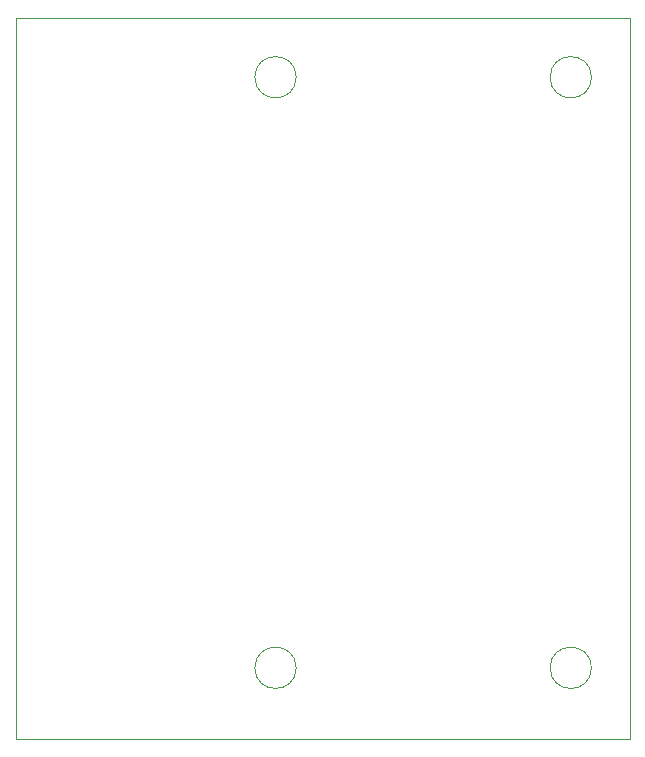
<source format=gbr>
%TF.GenerationSoftware,KiCad,Pcbnew,9.0.4*%
%TF.CreationDate,2025-09-08T16:44:26+02:00*%
%TF.ProjectId,STYX_V1,53545958-5f56-4312-9e6b-696361645f70,rev?*%
%TF.SameCoordinates,Original*%
%TF.FileFunction,Profile,NP*%
%FSLAX46Y46*%
G04 Gerber Fmt 4.6, Leading zero omitted, Abs format (unit mm)*
G04 Created by KiCad (PCBNEW 9.0.4) date 2025-09-08 16:44:26*
%MOMM*%
%LPD*%
G01*
G04 APERTURE LIST*
%TA.AperFunction,Profile*%
%ADD10C,0.100000*%
%TD*%
%TA.AperFunction,Profile*%
%ADD11C,0.050000*%
%TD*%
G04 APERTURE END LIST*
D10*
X126250000Y-95500000D02*
G75*
G02*
X122750000Y-95500000I-1750000J0D01*
G01*
X122750000Y-95500000D02*
G75*
G02*
X126250000Y-95500000I1750000J0D01*
G01*
X126250000Y-45500000D02*
G75*
G02*
X122750000Y-45500000I-1750000J0D01*
G01*
X122750000Y-45500000D02*
G75*
G02*
X126250000Y-45500000I1750000J0D01*
G01*
X101250000Y-95500000D02*
G75*
G02*
X97750000Y-95500000I-1750000J0D01*
G01*
X97750000Y-95500000D02*
G75*
G02*
X101250000Y-95500000I1750000J0D01*
G01*
X101250000Y-45500000D02*
G75*
G02*
X97750000Y-45500000I-1750000J0D01*
G01*
X97750000Y-45500000D02*
G75*
G02*
X101250000Y-45500000I1750000J0D01*
G01*
D11*
X77500000Y-40500000D02*
X129500000Y-40500000D01*
X129500000Y-101500000D01*
X77500000Y-101500000D01*
X77500000Y-40500000D01*
M02*

</source>
